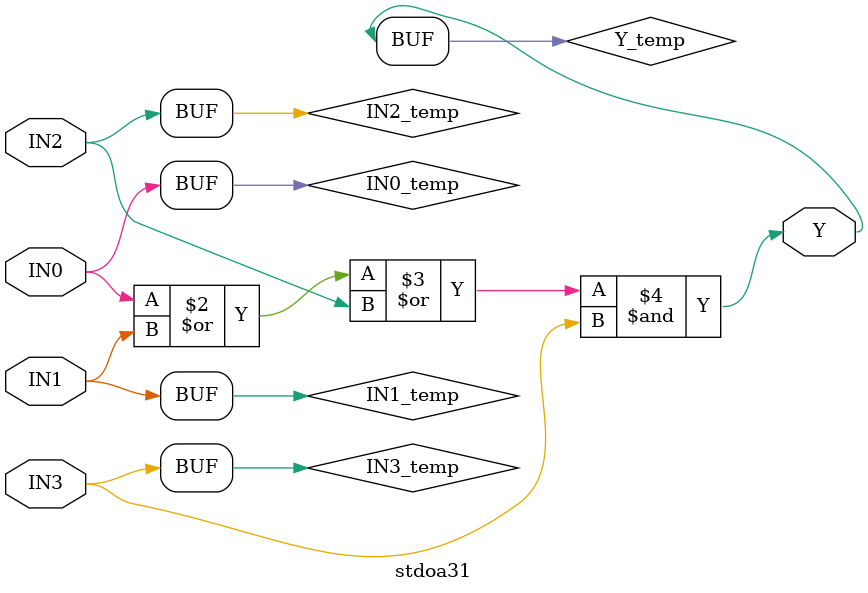
<source format=v>
module stdoa31(IN0,IN1,IN2,IN3,Y);
  parameter
        d_IN0_r = 0,
        d_IN0_f = 0,
        d_IN1_r = 0,
        d_IN1_f = 0,
        d_IN2_r = 0,
        d_IN2_f = 0,
        d_IN3_r = 0,
        d_IN3_f = 0,
        d_Y_r = 1,
        d_Y_f = 1;
  input  IN0;
  input  IN1;
  input  IN2;
  input  IN3;
  output  Y;
  wire  IN0_temp;
  wire  IN1_temp;
  wire  IN2_temp;
  wire  IN3_temp;
  reg  Y_temp;
  assign #(d_IN0_r,d_IN0_f) IN0_temp = IN0;
  assign #(d_IN1_r,d_IN1_f) IN1_temp = IN1;
  assign #(d_IN2_r,d_IN2_f) IN2_temp = IN2;
  assign #(d_IN3_r,d_IN3_f) IN3_temp = IN3;
  assign #(d_Y_r,d_Y_f) Y = Y_temp;
  always
    @(IN0_temp or IN1_temp or IN2_temp or IN3_temp)
      begin
      Y_temp = (((IN0_temp | IN1_temp) | IN2_temp) & IN3_temp);
      end
endmodule

</source>
